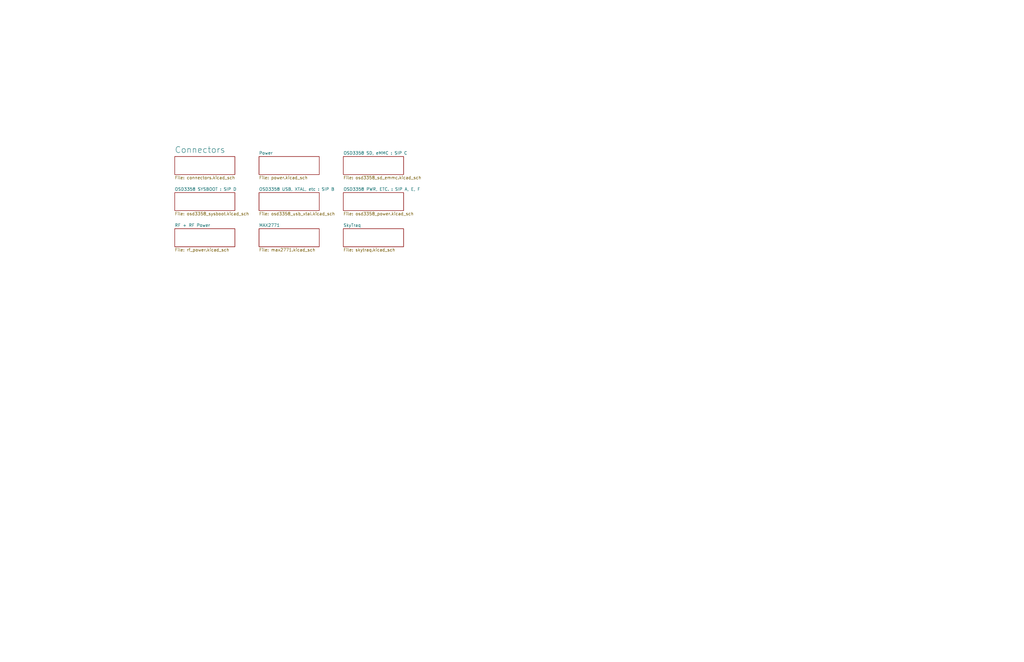
<source format=kicad_sch>
(kicad_sch (version 20211123) (generator eeschema)
  (paper "B")
  (lib_symbols)
  (sheet (at 144.78 81.28) (size 25.4 7.62) (stroke (width 0.1524))
    (property "Sheet name" "OSD3358 PWR, ETC. : SIP A, E, F" (at 144.78 80.5684 0) (effects (justify left bottom)))
    (property "Sheet file" "osd3358_power.kicad_sch" (at 144.78 89.4846 0) (effects (justify left top)))
  )
  (sheet (at 73.66 81.28) (size 25.4 7.62) (stroke (width 0.1524))
    (property "Sheet name" "OSD3358 SYSBOOT : SIP D" (at 73.66 80.5684 0) (effects (justify left bottom)))
    (property "Sheet file" "osd3358_sysboot.kicad_sch" (at 73.66 89.4846 0) (effects (justify left top)))
  )
  (sheet (at 109.22 81.28) (size 25.4 7.62) (stroke (width 0.1524))
    (property "Sheet name" "OSD3358 USB, XTAL, etc : SIP B" (at 109.22 80.5684 0) (effects (justify left bottom)))
    (property "Sheet file" "osd3358_usb_xtal.kicad_sch" (at 109.22 89.4846 0) (effects (justify left top)))
  )
  (sheet (at 109.22 96.52) (size 25.4 7.62) (stroke (width 0.1524))
    (property "Sheet name" "MAX2771" (at 109.22 95.8084 0) (effects (justify left bottom)))
    (property "Sheet file" "max2771.kicad_sch" (at 109.22 104.7246 0) (effects (justify left top)))
  )
  (sheet (at 109.22 66.04) (size 25.4 7.62) (stroke (width 0.1524))
    (property "Sheet name" "Power" (at 109.22 65.3284 0) (effects (justify left bottom)))
    (property "Sheet file" "power.kicad_sch" (at 109.22 74.2446 0) (effects (justify left top)))
  )
  (sheet (at 73.66 96.52) (size 25.4 7.62) (stroke (width 0.1524))
    (property "Sheet name" "RF + RF Power" (at 73.66 95.8084 0) (effects (justify left bottom)))
    (property "Sheet file" "rf_power.kicad_sch" (at 73.66 104.7246 0) (effects (justify left top)))
  )
  (sheet (at 73.66 66.04) (size 25.4 7.62) (stroke (width 0.1524))
    (property "Sheet name" "Connectors" (at 73.66 64.6934 0) (effects (font (size 2.54 2.54)) (justify left bottom)))
    (property "Sheet file" "connectors.kicad_sch" (at 73.66 74.2446 0) (effects (justify left top)))
  )
  (sheet (at 144.78 66.04) (size 25.4 7.62) (stroke (width 0.1524))
    (property "Sheet name" "OSD3358 SD, eMMC : SIP C" (at 144.78 65.3284 0) (effects (justify left bottom)))
    (property "Sheet file" "osd3358_sd_emmc.kicad_sch" (at 144.78 74.2446 0) (effects (justify left top)))
  )
  (sheet (at 144.78 96.52) (size 25.4 7.62) (stroke (width 0.1524))
    (property "Sheet name" "SkyTraq" (at 144.78 95.8084 0) (effects (justify left bottom)))
    (property "Sheet file" "skytraq.kicad_sch" (at 144.78 104.7246 0) (effects (justify left top)))
  )
)
</source>
